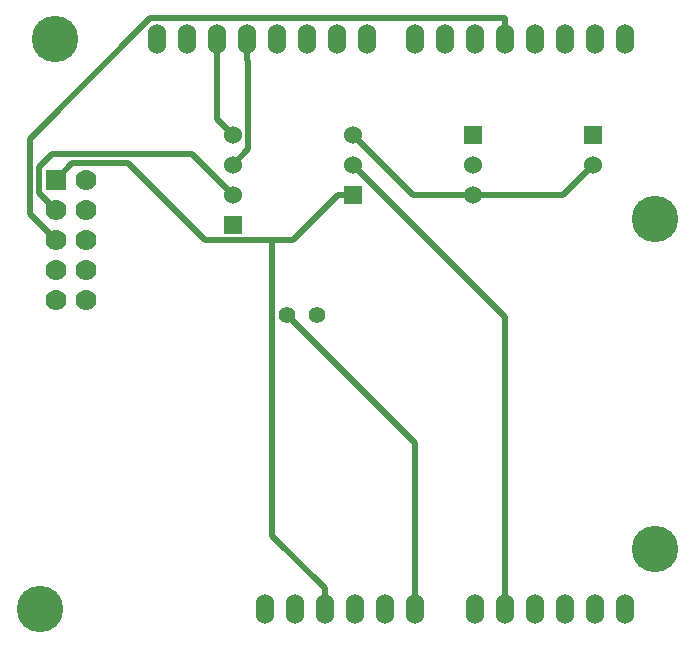
<source format=gtl>
G04 (created by PCBNEW (2013-mar-13)-testing) date Wed 12 Jun 2013 03:24:25 PM PDT*
%MOIN*%
G04 Gerber Fmt 3.4, Leading zero omitted, Abs format*
%FSLAX34Y34*%
G01*
G70*
G90*
G04 APERTURE LIST*
%ADD10C,0.005906*%
%ADD11R,0.060000X0.060000*%
%ADD12C,0.060000*%
%ADD13R,0.070000X0.070000*%
%ADD14C,0.070000*%
%ADD15O,0.060000X0.100000*%
%ADD16C,0.155000*%
%ADD17C,0.055000*%
%ADD18C,0.020000*%
G04 APERTURE END LIST*
G54D10*
G54D11*
X38500Y-31600D03*
G54D12*
X38500Y-30600D03*
X38500Y-29600D03*
G54D11*
X46500Y-29600D03*
G54D12*
X46500Y-30600D03*
G54D13*
X28600Y-31100D03*
G54D14*
X29600Y-31100D03*
X28600Y-32100D03*
X29600Y-32100D03*
X28600Y-33100D03*
X29600Y-33100D03*
X28600Y-34100D03*
X29600Y-34100D03*
X28600Y-35100D03*
X29600Y-35100D03*
G54D15*
X47575Y-45425D03*
X46575Y-45425D03*
X45575Y-45425D03*
X42575Y-45425D03*
X43575Y-45425D03*
X44575Y-45425D03*
X40575Y-45425D03*
X39575Y-45425D03*
X38575Y-45425D03*
X36575Y-45425D03*
X35575Y-45425D03*
X47575Y-26425D03*
X46575Y-26425D03*
X45575Y-26425D03*
X44575Y-26425D03*
X43575Y-26425D03*
X42575Y-26425D03*
X41575Y-26425D03*
X40575Y-26425D03*
X38975Y-26425D03*
X37975Y-26425D03*
X36975Y-26425D03*
X35975Y-26425D03*
X34975Y-26425D03*
X33975Y-26425D03*
X32975Y-26425D03*
X31975Y-26425D03*
X37575Y-45425D03*
G54D16*
X48575Y-43425D03*
X48575Y-32425D03*
X28575Y-26425D03*
X28075Y-45425D03*
G54D11*
X34500Y-32600D03*
G54D12*
X34500Y-31600D03*
X34500Y-30600D03*
X34500Y-29600D03*
G54D17*
X36300Y-35600D03*
X37300Y-35600D03*
G54D11*
X42500Y-29600D03*
G54D12*
X42500Y-30600D03*
X42500Y-31600D03*
G54D18*
X38500Y-31600D02*
X37999Y-31600D01*
X37575Y-45425D02*
X37575Y-44725D01*
X35820Y-42970D02*
X35820Y-33100D01*
X37575Y-44725D02*
X35820Y-42970D01*
X36499Y-33100D02*
X35820Y-33100D01*
X37999Y-31600D02*
X36499Y-33100D01*
X29165Y-30534D02*
X28600Y-31100D01*
X31007Y-30534D02*
X29165Y-30534D01*
X33573Y-33100D02*
X31007Y-30534D01*
X35820Y-33100D02*
X33573Y-33100D01*
X43575Y-35675D02*
X38500Y-30600D01*
X43575Y-45425D02*
X43575Y-35675D01*
X27748Y-32248D02*
X28600Y-33100D01*
X27748Y-29739D02*
X27748Y-32248D01*
X31762Y-25725D02*
X27748Y-29739D01*
X43575Y-25725D02*
X31762Y-25725D01*
X43575Y-26425D02*
X43575Y-25725D01*
X35006Y-27156D02*
X34975Y-27125D01*
X35006Y-30093D02*
X35006Y-27156D01*
X34500Y-30600D02*
X35006Y-30093D01*
X34975Y-26425D02*
X34975Y-27125D01*
X33975Y-29075D02*
X33975Y-26425D01*
X34500Y-29600D02*
X33975Y-29075D01*
X40575Y-39875D02*
X40575Y-45425D01*
X36300Y-35600D02*
X40575Y-39875D01*
X28049Y-31549D02*
X28600Y-32100D01*
X28049Y-30665D02*
X28049Y-31549D01*
X28480Y-30234D02*
X28049Y-30665D01*
X33134Y-30234D02*
X28480Y-30234D01*
X34500Y-31600D02*
X33134Y-30234D01*
X40500Y-31600D02*
X42500Y-31600D01*
X38500Y-29600D02*
X40500Y-31600D01*
X45500Y-31600D02*
X46500Y-30600D01*
X42500Y-31600D02*
X45500Y-31600D01*
M02*

</source>
